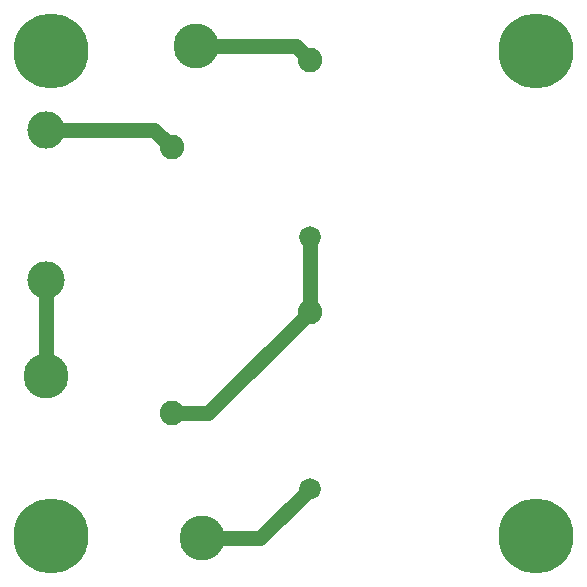
<source format=gbl>
G04 (created by PCBNEW (2013-07-07 BZR 4022)-stable) date 11/10/2014 7:30:29 PM*
%MOIN*%
G04 Gerber Fmt 3.4, Leading zero omitted, Abs format*
%FSLAX34Y34*%
G01*
G70*
G90*
G04 APERTURE LIST*
%ADD10C,0.00590551*%
%ADD11C,0.25*%
%ADD12C,0.082*%
%ADD13C,0.072*%
%ADD14C,0.15*%
%ADD15C,0.125*%
%ADD16C,0.05*%
G04 APERTURE END LIST*
G54D10*
G54D11*
X17740Y-17712D03*
X1598Y-17712D03*
X17740Y-1570D03*
X1598Y-1570D03*
G54D12*
X10200Y-1847D03*
G54D13*
X10200Y-7752D03*
G54D12*
X10200Y-10247D03*
G54D13*
X10200Y-16152D03*
G54D12*
X5600Y-4770D03*
X5600Y-13629D03*
G54D14*
X6400Y-1400D03*
X1400Y-12400D03*
X6600Y-17800D03*
G54D15*
X1400Y-9200D03*
X1400Y-4200D03*
G54D16*
X1400Y-4200D02*
X5029Y-4200D01*
X5029Y-4200D02*
X5600Y-4770D01*
X1400Y-12400D02*
X1400Y-9200D01*
X6600Y-17800D02*
X8552Y-17800D01*
X8552Y-17800D02*
X10200Y-16152D01*
X10200Y-7752D02*
X10200Y-10247D01*
X5600Y-13629D02*
X6818Y-13629D01*
X6818Y-13629D02*
X10200Y-10247D01*
X6400Y-1400D02*
X9752Y-1400D01*
X9752Y-1400D02*
X10200Y-1847D01*
M02*

</source>
